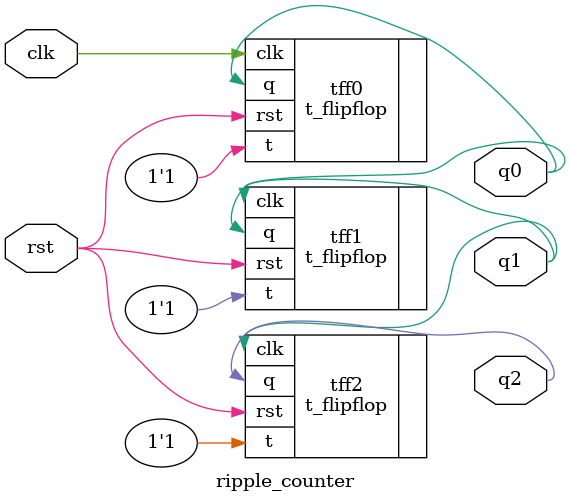
<source format=v>
`timescale 1ns / 1ps
module ripple_counter(
    input clk,
    input rst,
    output q0,
    output q1,
    output q2
    );
   
   t_flipflop tff0(
   .clk(clk),
   .rst(rst),
   .t(1'b1),
   .q(q0)
   );
   
   t_flipflop tff1(
   .clk(q0),
   .rst(rst),
   .t(1'b1),
   .q(q1)
   );
   
   t_flipflop tff2(
   .clk(q1),
   .rst(rst),
   .t(1'b1),
   .q(q2)
   );
   
   
endmodule

</source>
